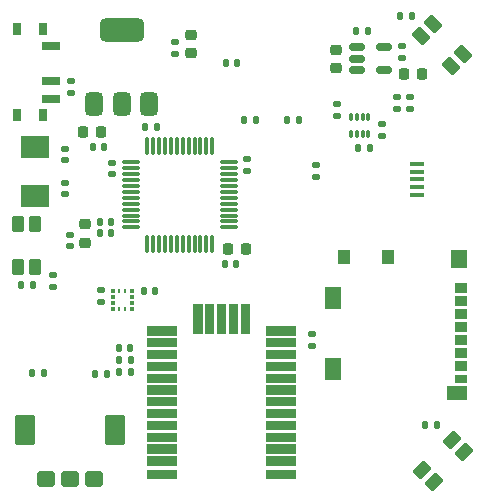
<source format=gbr>
%TF.GenerationSoftware,KiCad,Pcbnew,9.0.2*%
%TF.CreationDate,2025-09-05T22:55:57-04:00*%
%TF.ProjectId,GPSWatch,47505357-6174-4636-982e-6b696361645f,rev?*%
%TF.SameCoordinates,Original*%
%TF.FileFunction,Paste,Top*%
%TF.FilePolarity,Positive*%
%FSLAX46Y46*%
G04 Gerber Fmt 4.6, Leading zero omitted, Abs format (unit mm)*
G04 Created by KiCad (PCBNEW 9.0.2) date 2025-09-05 22:55:57*
%MOMM*%
%LPD*%
G01*
G04 APERTURE LIST*
G04 Aperture macros list*
%AMRoundRect*
0 Rectangle with rounded corners*
0 $1 Rounding radius*
0 $2 $3 $4 $5 $6 $7 $8 $9 X,Y pos of 4 corners*
0 Add a 4 corners polygon primitive as box body*
4,1,4,$2,$3,$4,$5,$6,$7,$8,$9,$2,$3,0*
0 Add four circle primitives for the rounded corners*
1,1,$1+$1,$2,$3*
1,1,$1+$1,$4,$5*
1,1,$1+$1,$6,$7*
1,1,$1+$1,$8,$9*
0 Add four rect primitives between the rounded corners*
20,1,$1+$1,$2,$3,$4,$5,0*
20,1,$1+$1,$4,$5,$6,$7,0*
20,1,$1+$1,$6,$7,$8,$9,0*
20,1,$1+$1,$8,$9,$2,$3,0*%
G04 Aperture macros list end*
%ADD10C,0.010000*%
%ADD11RoundRect,0.375000X0.375000X-0.625000X0.375000X0.625000X-0.375000X0.625000X-0.375000X-0.625000X0*%
%ADD12RoundRect,0.500000X1.400000X-0.500000X1.400000X0.500000X-1.400000X0.500000X-1.400000X-0.500000X0*%
%ADD13R,0.350000X0.300000*%
%ADD14R,0.250000X0.300000*%
%ADD15RoundRect,0.140000X-0.170000X0.140000X-0.170000X-0.140000X0.170000X-0.140000X0.170000X0.140000X0*%
%ADD16RoundRect,0.135000X-0.135000X-0.185000X0.135000X-0.185000X0.135000X0.185000X-0.135000X0.185000X0*%
%ADD17RoundRect,0.140000X-0.140000X-0.170000X0.140000X-0.170000X0.140000X0.170000X-0.140000X0.170000X0*%
%ADD18RoundRect,0.250000X-0.123744X-0.512652X0.512652X0.123744X0.123744X0.512652X-0.512652X-0.123744X0*%
%ADD19RoundRect,0.225000X0.225000X0.250000X-0.225000X0.250000X-0.225000X-0.250000X0.225000X-0.250000X0*%
%ADD20RoundRect,0.225000X0.250000X-0.225000X0.250000X0.225000X-0.250000X0.225000X-0.250000X-0.225000X0*%
%ADD21RoundRect,0.225000X-0.225000X-0.250000X0.225000X-0.250000X0.225000X0.250000X-0.225000X0.250000X0*%
%ADD22R,1.300000X0.450000*%
%ADD23RoundRect,0.050000X0.100000X-0.285000X0.100000X0.285000X-0.100000X0.285000X-0.100000X-0.285000X0*%
%ADD24RoundRect,0.140000X0.170000X-0.140000X0.170000X0.140000X-0.170000X0.140000X-0.170000X-0.140000X0*%
%ADD25RoundRect,0.140000X0.140000X0.170000X-0.140000X0.170000X-0.140000X-0.170000X0.140000X-0.170000X0*%
%ADD26RoundRect,0.075000X-0.662500X-0.075000X0.662500X-0.075000X0.662500X0.075000X-0.662500X0.075000X0*%
%ADD27RoundRect,0.075000X-0.075000X-0.662500X0.075000X-0.662500X0.075000X0.662500X-0.075000X0.662500X0*%
%ADD28RoundRect,0.135000X0.135000X0.185000X-0.135000X0.185000X-0.135000X-0.185000X0.135000X-0.185000X0*%
%ADD29RoundRect,0.250000X-0.275000X0.450000X-0.275000X-0.450000X0.275000X-0.450000X0.275000X0.450000X0*%
%ADD30RoundRect,0.135000X0.185000X-0.135000X0.185000X0.135000X-0.185000X0.135000X-0.185000X-0.135000X0*%
%ADD31RoundRect,0.250000X0.512652X-0.123744X-0.123744X0.512652X-0.512652X0.123744X0.123744X-0.512652X0*%
%ADD32R,0.800000X1.000000*%
%ADD33R,1.500000X0.700000*%
%ADD34RoundRect,0.135000X-0.185000X0.135000X-0.185000X-0.135000X0.185000X-0.135000X0.185000X0.135000X0*%
%ADD35RoundRect,0.195000X-0.555000X-0.455000X0.555000X-0.455000X0.555000X0.455000X-0.555000X0.455000X0*%
%ADD36RoundRect,0.255000X-0.595000X-1.045000X0.595000X-1.045000X0.595000X1.045000X-0.595000X1.045000X0*%
%ADD37RoundRect,0.150000X-0.512500X-0.150000X0.512500X-0.150000X0.512500X0.150000X-0.512500X0.150000X0*%
%ADD38R,1.100000X0.850000*%
%ADD39R,1.100000X0.750000*%
%ADD40R,1.000000X1.200000*%
%ADD41R,1.350000X1.550000*%
%ADD42R,1.350000X1.900000*%
%ADD43R,1.800000X1.170000*%
%ADD44R,2.400000X1.900000*%
%ADD45RoundRect,0.218750X-0.256250X0.218750X-0.256250X-0.218750X0.256250X-0.218750X0.256250X0.218750X0*%
G04 APERTURE END LIST*
D10*
%TO.C,U5*%
X149400000Y-120300000D02*
X146950000Y-120300000D01*
X146950000Y-119600000D01*
X149400000Y-119600000D01*
X149400000Y-120300000D01*
G36*
X149400000Y-120300000D02*
G01*
X146950000Y-120300000D01*
X146950000Y-119600000D01*
X149400000Y-119600000D01*
X149400000Y-120300000D01*
G37*
X149400000Y-121300000D02*
X146950000Y-121300000D01*
X146950000Y-120600000D01*
X149400000Y-120600000D01*
X149400000Y-121300000D01*
G36*
X149400000Y-121300000D02*
G01*
X146950000Y-121300000D01*
X146950000Y-120600000D01*
X149400000Y-120600000D01*
X149400000Y-121300000D01*
G37*
X149400000Y-122300000D02*
X146950000Y-122300000D01*
X146950000Y-121600000D01*
X149400000Y-121600000D01*
X149400000Y-122300000D01*
G36*
X149400000Y-122300000D02*
G01*
X146950000Y-122300000D01*
X146950000Y-121600000D01*
X149400000Y-121600000D01*
X149400000Y-122300000D01*
G37*
X149400000Y-123300000D02*
X146950000Y-123300000D01*
X146950000Y-122600000D01*
X149400000Y-122600000D01*
X149400000Y-123300000D01*
G36*
X149400000Y-123300000D02*
G01*
X146950000Y-123300000D01*
X146950000Y-122600000D01*
X149400000Y-122600000D01*
X149400000Y-123300000D01*
G37*
X149400000Y-124300000D02*
X146950000Y-124300000D01*
X146950000Y-123600000D01*
X149400000Y-123600000D01*
X149400000Y-124300000D01*
G36*
X149400000Y-124300000D02*
G01*
X146950000Y-124300000D01*
X146950000Y-123600000D01*
X149400000Y-123600000D01*
X149400000Y-124300000D01*
G37*
X149400000Y-125300000D02*
X146950000Y-125300000D01*
X146950000Y-124600000D01*
X149400000Y-124600000D01*
X149400000Y-125300000D01*
G36*
X149400000Y-125300000D02*
G01*
X146950000Y-125300000D01*
X146950000Y-124600000D01*
X149400000Y-124600000D01*
X149400000Y-125300000D01*
G37*
X149400000Y-126300000D02*
X146950000Y-126300000D01*
X146950000Y-125600000D01*
X149400000Y-125600000D01*
X149400000Y-126300000D01*
G36*
X149400000Y-126300000D02*
G01*
X146950000Y-126300000D01*
X146950000Y-125600000D01*
X149400000Y-125600000D01*
X149400000Y-126300000D01*
G37*
X149400000Y-127300000D02*
X146950000Y-127300000D01*
X146950000Y-126600000D01*
X149400000Y-126600000D01*
X149400000Y-127300000D01*
G36*
X149400000Y-127300000D02*
G01*
X146950000Y-127300000D01*
X146950000Y-126600000D01*
X149400000Y-126600000D01*
X149400000Y-127300000D01*
G37*
X149400000Y-128300000D02*
X146950000Y-128300000D01*
X146950000Y-127600000D01*
X149400000Y-127600000D01*
X149400000Y-128300000D01*
G36*
X149400000Y-128300000D02*
G01*
X146950000Y-128300000D01*
X146950000Y-127600000D01*
X149400000Y-127600000D01*
X149400000Y-128300000D01*
G37*
X149400000Y-129300000D02*
X146950000Y-129300000D01*
X146950000Y-128600000D01*
X149400000Y-128600000D01*
X149400000Y-129300000D01*
G36*
X149400000Y-129300000D02*
G01*
X146950000Y-129300000D01*
X146950000Y-128600000D01*
X149400000Y-128600000D01*
X149400000Y-129300000D01*
G37*
X149400000Y-130300000D02*
X146950000Y-130300000D01*
X146950000Y-129600000D01*
X149400000Y-129600000D01*
X149400000Y-130300000D01*
G36*
X149400000Y-130300000D02*
G01*
X146950000Y-130300000D01*
X146950000Y-129600000D01*
X149400000Y-129600000D01*
X149400000Y-130300000D01*
G37*
X149400000Y-131300000D02*
X146950000Y-131300000D01*
X146950000Y-130600000D01*
X149400000Y-130600000D01*
X149400000Y-131300000D01*
G36*
X149400000Y-131300000D02*
G01*
X146950000Y-131300000D01*
X146950000Y-130600000D01*
X149400000Y-130600000D01*
X149400000Y-131300000D01*
G37*
X149400000Y-132450000D02*
X146950000Y-132450000D01*
X146950000Y-131750000D01*
X149400000Y-131750000D01*
X149400000Y-132450000D01*
G36*
X149400000Y-132450000D02*
G01*
X146950000Y-132450000D01*
X146950000Y-131750000D01*
X149400000Y-131750000D01*
X149400000Y-132450000D01*
G37*
X151575000Y-120125000D02*
X150875000Y-120125000D01*
X150875000Y-117675000D01*
X151575000Y-117675000D01*
X151575000Y-120125000D01*
G36*
X151575000Y-120125000D02*
G01*
X150875000Y-120125000D01*
X150875000Y-117675000D01*
X151575000Y-117675000D01*
X151575000Y-120125000D01*
G37*
X152575000Y-120125000D02*
X151875000Y-120125000D01*
X151875000Y-117675000D01*
X152575000Y-117675000D01*
X152575000Y-120125000D01*
G36*
X152575000Y-120125000D02*
G01*
X151875000Y-120125000D01*
X151875000Y-117675000D01*
X152575000Y-117675000D01*
X152575000Y-120125000D01*
G37*
X153575000Y-120125000D02*
X152875000Y-120125000D01*
X152875000Y-117675000D01*
X153575000Y-117675000D01*
X153575000Y-120125000D01*
G36*
X153575000Y-120125000D02*
G01*
X152875000Y-120125000D01*
X152875000Y-117675000D01*
X153575000Y-117675000D01*
X153575000Y-120125000D01*
G37*
X154575000Y-120125000D02*
X153875000Y-120125000D01*
X153875000Y-117675000D01*
X154575000Y-117675000D01*
X154575000Y-120125000D01*
G36*
X154575000Y-120125000D02*
G01*
X153875000Y-120125000D01*
X153875000Y-117675000D01*
X154575000Y-117675000D01*
X154575000Y-120125000D01*
G37*
X155575000Y-120125000D02*
X154875000Y-120125000D01*
X154875000Y-117675000D01*
X155575000Y-117675000D01*
X155575000Y-120125000D01*
G36*
X155575000Y-120125000D02*
G01*
X154875000Y-120125000D01*
X154875000Y-117675000D01*
X155575000Y-117675000D01*
X155575000Y-120125000D01*
G37*
X159500000Y-120300000D02*
X157050000Y-120300000D01*
X157050000Y-119600000D01*
X159500000Y-119600000D01*
X159500000Y-120300000D01*
G36*
X159500000Y-120300000D02*
G01*
X157050000Y-120300000D01*
X157050000Y-119600000D01*
X159500000Y-119600000D01*
X159500000Y-120300000D01*
G37*
X159500000Y-121300000D02*
X157050000Y-121300000D01*
X157050000Y-120600000D01*
X159500000Y-120600000D01*
X159500000Y-121300000D01*
G36*
X159500000Y-121300000D02*
G01*
X157050000Y-121300000D01*
X157050000Y-120600000D01*
X159500000Y-120600000D01*
X159500000Y-121300000D01*
G37*
X159500000Y-122300000D02*
X157050000Y-122300000D01*
X157050000Y-121600000D01*
X159500000Y-121600000D01*
X159500000Y-122300000D01*
G36*
X159500000Y-122300000D02*
G01*
X157050000Y-122300000D01*
X157050000Y-121600000D01*
X159500000Y-121600000D01*
X159500000Y-122300000D01*
G37*
X159500000Y-123300000D02*
X157050000Y-123300000D01*
X157050000Y-122600000D01*
X159500000Y-122600000D01*
X159500000Y-123300000D01*
G36*
X159500000Y-123300000D02*
G01*
X157050000Y-123300000D01*
X157050000Y-122600000D01*
X159500000Y-122600000D01*
X159500000Y-123300000D01*
G37*
X159500000Y-124300000D02*
X157050000Y-124300000D01*
X157050000Y-123600000D01*
X159500000Y-123600000D01*
X159500000Y-124300000D01*
G36*
X159500000Y-124300000D02*
G01*
X157050000Y-124300000D01*
X157050000Y-123600000D01*
X159500000Y-123600000D01*
X159500000Y-124300000D01*
G37*
X159500000Y-125300000D02*
X157050000Y-125300000D01*
X157050000Y-124600000D01*
X159500000Y-124600000D01*
X159500000Y-125300000D01*
G36*
X159500000Y-125300000D02*
G01*
X157050000Y-125300000D01*
X157050000Y-124600000D01*
X159500000Y-124600000D01*
X159500000Y-125300000D01*
G37*
X159500000Y-126300000D02*
X157050000Y-126300000D01*
X157050000Y-125600000D01*
X159500000Y-125600000D01*
X159500000Y-126300000D01*
G36*
X159500000Y-126300000D02*
G01*
X157050000Y-126300000D01*
X157050000Y-125600000D01*
X159500000Y-125600000D01*
X159500000Y-126300000D01*
G37*
X159500000Y-127300000D02*
X157050000Y-127300000D01*
X157050000Y-126600000D01*
X159500000Y-126600000D01*
X159500000Y-127300000D01*
G36*
X159500000Y-127300000D02*
G01*
X157050000Y-127300000D01*
X157050000Y-126600000D01*
X159500000Y-126600000D01*
X159500000Y-127300000D01*
G37*
X159500000Y-128300000D02*
X157050000Y-128300000D01*
X157050000Y-127600000D01*
X159500000Y-127600000D01*
X159500000Y-128300000D01*
G36*
X159500000Y-128300000D02*
G01*
X157050000Y-128300000D01*
X157050000Y-127600000D01*
X159500000Y-127600000D01*
X159500000Y-128300000D01*
G37*
X159500000Y-129300000D02*
X157050000Y-129300000D01*
X157050000Y-128600000D01*
X159500000Y-128600000D01*
X159500000Y-129300000D01*
G36*
X159500000Y-129300000D02*
G01*
X157050000Y-129300000D01*
X157050000Y-128600000D01*
X159500000Y-128600000D01*
X159500000Y-129300000D01*
G37*
X159500000Y-130300000D02*
X157050000Y-130300000D01*
X157050000Y-129600000D01*
X159500000Y-129600000D01*
X159500000Y-130300000D01*
G36*
X159500000Y-130300000D02*
G01*
X157050000Y-130300000D01*
X157050000Y-129600000D01*
X159500000Y-129600000D01*
X159500000Y-130300000D01*
G37*
X159500000Y-131300000D02*
X157050000Y-131300000D01*
X157050000Y-130600000D01*
X159500000Y-130600000D01*
X159500000Y-131300000D01*
G36*
X159500000Y-131300000D02*
G01*
X157050000Y-131300000D01*
X157050000Y-130600000D01*
X159500000Y-130600000D01*
X159500000Y-131300000D01*
G37*
X159500000Y-132450000D02*
X157050000Y-132450000D01*
X157050000Y-131750000D01*
X159500000Y-131750000D01*
X159500000Y-132450000D01*
G36*
X159500000Y-132450000D02*
G01*
X157050000Y-132450000D01*
X157050000Y-131750000D01*
X159500000Y-131750000D01*
X159500000Y-132450000D01*
G37*
%TD*%
D11*
%TO.C,U2*%
X142500000Y-100800000D03*
X144800000Y-100800000D03*
D12*
X144800000Y-94500000D03*
D11*
X147100000Y-100800000D03*
%TD*%
D13*
%TO.C,U6*%
X145637500Y-118125000D03*
X145637500Y-117625000D03*
X145637500Y-117125000D03*
X145637500Y-116625000D03*
D14*
X145112500Y-116575000D03*
X144612500Y-116575000D03*
D13*
X144087500Y-116625000D03*
X144087500Y-117125000D03*
X144087500Y-117625000D03*
X144087500Y-118125000D03*
D14*
X144612500Y-118175000D03*
X145112500Y-118175000D03*
%TD*%
D15*
%TO.C,C16*%
X160900000Y-120270000D03*
X160900000Y-121230000D03*
%TD*%
D16*
%TO.C,R15*%
X168365000Y-93325000D03*
X169385000Y-93325000D03*
%TD*%
D17*
%TO.C,C15*%
X146670000Y-116600000D03*
X147630000Y-116600000D03*
%TD*%
D15*
%TO.C,C18*%
X143037500Y-116545000D03*
X143037500Y-117505000D03*
%TD*%
D17*
%TO.C,C4*%
X153545000Y-114300000D03*
X154505000Y-114300000D03*
%TD*%
D18*
%TO.C,SW4*%
X170218091Y-131763675D03*
X172763675Y-129218091D03*
X171236325Y-132781909D03*
X173781909Y-130236325D03*
%TD*%
D16*
%TO.C,R10*%
X137190000Y-123575000D03*
X138210000Y-123575000D03*
%TD*%
D19*
%TO.C,C13*%
X143045000Y-103145000D03*
X141495000Y-103145000D03*
%TD*%
D20*
%TO.C,C10*%
X162925000Y-97750000D03*
X162925000Y-96200000D03*
%TD*%
D21*
%TO.C,C9*%
X168712500Y-98237500D03*
X170262500Y-98237500D03*
%TD*%
D17*
%TO.C,C6*%
X142945000Y-111730000D03*
X143905000Y-111730000D03*
%TD*%
%TO.C,C7*%
X142945000Y-110730000D03*
X143905000Y-110730000D03*
%TD*%
D22*
%TO.C,J1*%
X169825000Y-108450000D03*
X169825000Y-107800000D03*
X169825000Y-107150000D03*
X169825000Y-106500000D03*
X169825000Y-105850000D03*
%TD*%
D16*
%TO.C,R6*%
X164815000Y-104485000D03*
X165835000Y-104485000D03*
%TD*%
D21*
%TO.C,C5*%
X153800000Y-113025000D03*
X155350000Y-113025000D03*
%TD*%
D23*
%TO.C,U4*%
X164200000Y-103350000D03*
X164700000Y-103350000D03*
X165200000Y-103350000D03*
X165700000Y-103350000D03*
X165700000Y-101870000D03*
X165200000Y-101870000D03*
X164700000Y-101870000D03*
X164200000Y-101870000D03*
%TD*%
D24*
%TO.C,C12*%
X149325000Y-96505000D03*
X149325000Y-95545000D03*
%TD*%
D25*
%TO.C,C22*%
X145555000Y-122425000D03*
X144595000Y-122425000D03*
%TD*%
D15*
%TO.C,C1*%
X155425000Y-105470000D03*
X155425000Y-106430000D03*
%TD*%
D17*
%TO.C,C17*%
X153620000Y-97300000D03*
X154580000Y-97300000D03*
%TD*%
D26*
%TO.C,U1*%
X145562500Y-105725000D03*
X145562500Y-106225000D03*
X145562500Y-106725000D03*
X145562500Y-107225000D03*
X145562500Y-107725000D03*
X145562500Y-108225000D03*
X145562500Y-108725000D03*
X145562500Y-109225000D03*
X145562500Y-109725000D03*
X145562500Y-110225000D03*
X145562500Y-110725000D03*
X145562500Y-111225000D03*
D27*
X146975000Y-112637500D03*
X147475000Y-112637500D03*
X147975000Y-112637500D03*
X148475000Y-112637500D03*
X148975000Y-112637500D03*
X149475000Y-112637500D03*
X149975000Y-112637500D03*
X150475000Y-112637500D03*
X150975000Y-112637500D03*
X151475000Y-112637500D03*
X151975000Y-112637500D03*
X152475000Y-112637500D03*
D26*
X153887500Y-111225000D03*
X153887500Y-110725000D03*
X153887500Y-110225000D03*
X153887500Y-109725000D03*
X153887500Y-109225000D03*
X153887500Y-108725000D03*
X153887500Y-108225000D03*
X153887500Y-107725000D03*
X153887500Y-107225000D03*
X153887500Y-106725000D03*
X153887500Y-106225000D03*
X153887500Y-105725000D03*
D27*
X152475000Y-104312500D03*
X151975000Y-104312500D03*
X151475000Y-104312500D03*
X150975000Y-104312500D03*
X150475000Y-104312500D03*
X149975000Y-104312500D03*
X149475000Y-104312500D03*
X148975000Y-104312500D03*
X148475000Y-104312500D03*
X147975000Y-104312500D03*
X147475000Y-104312500D03*
X146975000Y-104312500D03*
%TD*%
D28*
%TO.C,R3*%
X165672500Y-94637500D03*
X164652500Y-94637500D03*
%TD*%
D29*
%TO.C,SW5*%
X137445000Y-110975000D03*
X137445000Y-114575000D03*
X136005000Y-110975000D03*
X136005000Y-114575000D03*
%TD*%
D16*
%TO.C,R8*%
X155165000Y-102150000D03*
X156185000Y-102150000D03*
%TD*%
D30*
%TO.C,R17*%
X161250000Y-106985000D03*
X161250000Y-105965000D03*
%TD*%
D31*
%TO.C,SW3*%
X172663675Y-97581909D03*
X170118091Y-95036325D03*
X173681909Y-96563675D03*
X171136325Y-94018091D03*
%TD*%
D16*
%TO.C,R11*%
X142515000Y-123600000D03*
X143535000Y-123600000D03*
%TD*%
D28*
%TO.C,R9*%
X159785000Y-102100000D03*
X158765000Y-102100000D03*
%TD*%
D15*
%TO.C,C24*%
X139975000Y-107445000D03*
X139975000Y-108405000D03*
%TD*%
D32*
%TO.C,SW2*%
X138185000Y-94450000D03*
X135975000Y-94450000D03*
X138185000Y-101750000D03*
X135975000Y-101750000D03*
D33*
X138835000Y-95850000D03*
X138835000Y-98850000D03*
X138835000Y-100350000D03*
%TD*%
D34*
%TO.C,R5*%
X166825000Y-102475000D03*
X166825000Y-103495000D03*
%TD*%
D25*
%TO.C,C23*%
X145530000Y-121425000D03*
X144570000Y-121425000D03*
%TD*%
D34*
%TO.C,R4*%
X168512500Y-95887500D03*
X168512500Y-96907500D03*
%TD*%
D25*
%TO.C,C21*%
X145555000Y-123450000D03*
X144595000Y-123450000D03*
%TD*%
D35*
%TO.C,SW1*%
X138425000Y-132550000D03*
X140425000Y-132550000D03*
X142425000Y-132550000D03*
D36*
X144225000Y-128400000D03*
X136625000Y-128400000D03*
%TD*%
D34*
%TO.C,R1*%
X168100000Y-100215000D03*
X168100000Y-101235000D03*
%TD*%
D25*
%TO.C,C20*%
X137280000Y-116100000D03*
X136320000Y-116100000D03*
%TD*%
D24*
%TO.C,C8*%
X140450000Y-112830000D03*
X140450000Y-111870000D03*
%TD*%
D25*
%TO.C,C14*%
X143300000Y-104445000D03*
X142340000Y-104445000D03*
%TD*%
D16*
%TO.C,R16*%
X170490000Y-127925000D03*
X171510000Y-127925000D03*
%TD*%
D20*
%TO.C,C11*%
X150675000Y-96500000D03*
X150675000Y-94950000D03*
%TD*%
D24*
%TO.C,C19*%
X140000000Y-105550000D03*
X140000000Y-104590000D03*
%TD*%
D37*
%TO.C,U3*%
X164700000Y-95975000D03*
X164700000Y-96925000D03*
X164700000Y-97875000D03*
X166975000Y-97875000D03*
X166975000Y-95975000D03*
%TD*%
D34*
%TO.C,R2*%
X169175000Y-100215000D03*
X169175000Y-101235000D03*
%TD*%
D15*
%TO.C,C2*%
X143950000Y-105745000D03*
X143950000Y-106705000D03*
%TD*%
D38*
%TO.C,J4*%
X173512500Y-116370000D03*
X173512500Y-117470000D03*
X173512500Y-118570000D03*
X173512500Y-119670000D03*
X173512500Y-120770000D03*
X173512500Y-121870000D03*
X173512500Y-122970000D03*
D39*
X173512500Y-124020000D03*
D40*
X167362500Y-113735000D03*
X163662500Y-113735000D03*
D41*
X173387500Y-113910000D03*
D42*
X162687500Y-117235000D03*
X162687500Y-123205000D03*
D43*
X173162500Y-125230000D03*
%TD*%
D44*
%TO.C,Y1*%
X137450000Y-104450000D03*
X137450000Y-108550000D03*
%TD*%
D45*
%TO.C,FB1*%
X141725000Y-110962500D03*
X141725000Y-112537500D03*
%TD*%
D30*
%TO.C,R13*%
X138975000Y-116285000D03*
X138975000Y-115265000D03*
%TD*%
D34*
%TO.C,R12*%
X140475000Y-98865000D03*
X140475000Y-99885000D03*
%TD*%
D30*
%TO.C,R7*%
X163075000Y-101780000D03*
X163075000Y-100760000D03*
%TD*%
D17*
%TO.C,C3*%
X146795000Y-102750000D03*
X147755000Y-102750000D03*
%TD*%
M02*

</source>
